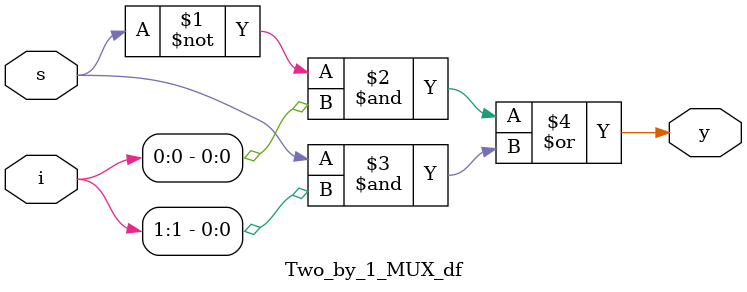
<source format=v>
`timescale 1ns / 1ps


module Two_by_1_MUX_df(y,s,i);
output y;
input s; 
input[1:0]i;

assign y = (((~s)&i[0])|((s)&i[1]));

endmodule

</source>
